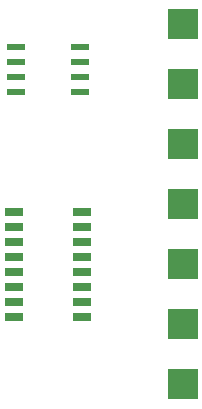
<source format=gtp>
G75*
%MOIN*%
%OFA0B0*%
%FSLAX25Y25*%
%IPPOS*%
%LPD*%
%AMOC8*
5,1,8,0,0,1.08239X$1,22.5*
%
%ADD10R,0.05906X0.02559*%
%ADD11R,0.10000X0.10000*%
%ADD12R,0.05906X0.02165*%
D10*
X0013431Y0033500D03*
X0013431Y0038500D03*
X0013431Y0043500D03*
X0013431Y0048500D03*
X0013431Y0053500D03*
X0013431Y0058500D03*
X0013431Y0063500D03*
X0013431Y0068500D03*
X0036069Y0068500D03*
X0036069Y0063500D03*
X0036069Y0058500D03*
X0036069Y0053500D03*
X0036069Y0048500D03*
X0036069Y0043500D03*
X0036069Y0038500D03*
X0036069Y0033500D03*
D11*
X0069750Y0031000D03*
X0069750Y0011000D03*
X0069750Y0051000D03*
X0069750Y0071000D03*
X0069750Y0091000D03*
X0069750Y0111000D03*
X0069750Y0131000D03*
D12*
X0035380Y0123500D03*
X0035380Y0118500D03*
X0035380Y0113500D03*
X0035380Y0108500D03*
X0014120Y0108500D03*
X0014120Y0113500D03*
X0014120Y0118500D03*
X0014120Y0123500D03*
M02*

</source>
